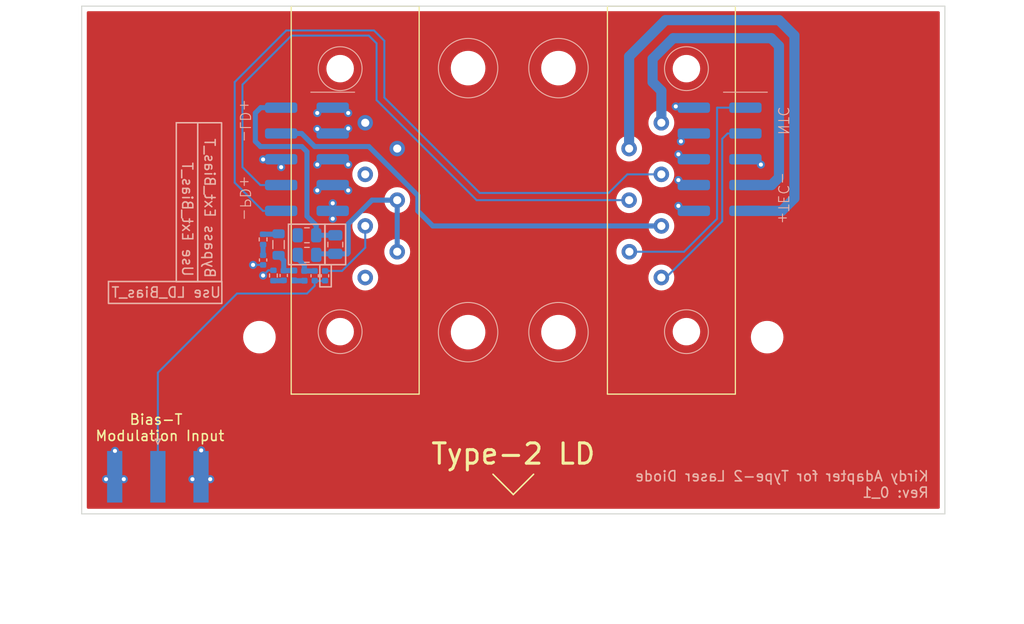
<source format=kicad_pcb>
(kicad_pcb (version 20221018) (generator pcbnew)
  (layers (0 "F.Cu" signal) (31 "B.Cu" signal) (34 "B.Paste" user) (35 "F.Paste" user) (36 "B.SilkS" user "B.Silkscreen") (37 "F.SilkS" user "F.Silkscreen") (38 "B.Mask" user) (39 "F.Mask" user) (44 "Edge.Cuts" user))
  (net 0 "")
  (net 1 "GND")
  (net 2 "/TEC+")
  (net 3 "/NTC+")
  (net 4 "/NTC-")
  (net 5 "/LD+")
  (net 6 "/TEC-")
  (net 7 "/PD-")
  (net 8 "/PD+")
  (net 9 "/LD-")
  (net 10 "/Mod_IN")
  (net 11 "/kirdy_LD+")
  (net 13 "/Butterfly_Mount_Mod_In")
  (net 15 "Net-(C2-Pad1)")
  (net 16 "Net-(C3-Pad1)")
  (net 17 "Net-(C3-Pad2)")
  (net 18 "Net-(L2-Pad2)")
  (net 19 "Net-(L3-Pad1)")
  (net 20 "Net-(C4-Pad1)")
  (footprint "MountingHole:MountingHole_2.7mm_M2.5" (layer "F.Cu") (at -25 17.5 180)
    (fp_text reference "H2" hide)
    (fp_text value "M2.5")
    (pad "" np_thru_hole circle (at 0 0 180) (size 2.7 2.7) (drill 2.7) (layers "*.Cu" "*.Mask"))
  )
  (footprint "laserSocket:Butterfly_Socket" (layer "F.Cu") (at 0 4.01 180)
    (fp_text reference "J3" hide)
    (fp_text value "Butterfly_Socket")
    (fp_circle (center -17.05 -12.95) (end -14.89 -12.95) (stroke (width 0.1)) (fill none) (layer "B.SilkS"))
    (fp_circle (center -17.05 12.95) (end -14.89 12.95) (stroke (width 0.1)) (fill none) (layer "B.SilkS"))
    (fp_circle (center -4.45 -13) (end -1.525 -13) (stroke (width 0.1)) (fill none) (layer "B.SilkS"))
    (fp_circle (center -4.45 13) (end -1.525 13) (stroke (width 0.1)) (fill none) (layer "B.SilkS"))
    (fp_circle (center 4.45 -13) (end 7.375 -13) (stroke (width 0.1)) (fill none) (layer "B.SilkS"))
    (fp_circle (center 4.45 13) (end 7.375 13) (stroke (width 0.1)) (fill none) (layer "B.SilkS"))
    (fp_circle (center 17.05 -12.95) (end 19.21 -12.95) (stroke (width 0.1)) (fill none) (layer "B.SilkS"))
    (fp_circle (center 17.05 12.95) (end 19.21 12.95) (stroke (width 0.1)) (fill none) (layer "B.SilkS"))
    (fp_line (start -21.87 -19.1) (end -21.87 19.1) (stroke (width 0.12)) (layer "F.SilkS"))
    (fp_line (start -21.87 19.1) (end -9.27 19.1) (stroke (width 0.12)) (layer "F.SilkS"))
    (fp_line (start -9.27 -19.1) (end -21.87 -19.1) (stroke (width 0.12)) (layer "F.SilkS"))
    (fp_line (start -9.27 19.1) (end -9.27 -19.1) (stroke (width 0.12)) (layer "F.SilkS"))
    (fp_line (start 9.27 -19.1) (end 21.87 -19.1) (stroke (width 0.12)) (layer "F.SilkS"))
    (fp_line (start 9.27 19.1) (end 9.27 -19.1) (stroke (width 0.12)) (layer "F.SilkS"))
    (fp_line (start 21.87 -19.1) (end 21.87 19.1) (stroke (width 0.12)) (layer "F.SilkS"))
    (fp_line (start 21.87 19.1) (end 9.27 19.1) (stroke (width 0.12)) (layer "F.SilkS"))
    (pad "" np_thru_hole circle locked (at -17.05 -12.95 180) (size 2.2 2.2) (drill 2.2) (layers "F&B.Cu" "*.Mask"))
    (pad "" np_thru_hole circle locked (at -17.05 12.95 180) (size 2.2 2.2) (drill 2.2) (layers "F&B.Cu" "*.Mask"))
    (pad "" np_thru_hole circle locked (at -4.45 -13 180) (size 2.9 2.9) (drill 2.9) (layers "F&B.Cu" "*.Mask"))
    (pad "" np_thru_hole circle locked (at -4.45 13 180) (size 2.9 2.9) (drill 2.9) (layers "F&B.Cu" "*.Mask"))
    (pad "" np_thru_hole circle locked (at 4.45 -13 180) (size 2.9 2.9) (drill 2.9) (layers "F&B.Cu" "*.Mask"))
    (pad "" np_thru_hole circle locked (at 4.45 13 180) (size 2.9 2.9) (drill 2.9) (layers "F&B.Cu" "*.Mask"))
    (pad "" np_thru_hole circle locked (at 17.05 -12.95 180) (size 2.2 2.2) (drill 2.2) (layers "F&B.Cu" "*.Mask"))
    (pad "" np_thru_hole circle locked (at 17.05 12.95 180) (size 2.2 2.2) (drill 2.2) (layers "F&B.Cu" "*.Mask"))
    (pad "1" thru_hole circle locked (at -14.58 -7.62 180) (size 1.524 1.524) (drill 0.8) (layers "*.Cu" "*.Mask") (net 3 "/NTC+"))
    (pad "2" thru_hole circle locked (at -11.43 -5.08 180) (size 1.524 1.524) (drill 0.8) (layers "*.Cu" "*.Mask") (net 4 "/NTC-"))
    (pad "3" thru_hole circle locked (at -14.58 -2.54 180) (size 1.524 1.524) (drill 0.8) (layers "*.Cu" "*.Mask") (net 9 "/LD-"))
    (pad "4" thru_hole circle locked (at -11.405 0 180) (size 1.524 1.524) (drill 0.8) (layers "*.Cu" "*.Mask") (net 8 "/PD+"))
    (pad "5" thru_hole circle locked (at -14.58 2.54 180) (size 1.524 1.524) (drill 0.8) (layers "*.Cu" "*.Mask") (net 7 "/PD-"))
    (pad "6" thru_hole circle locked (at -11.405 5.08 180) (size 1.524 1.524) (drill 0.8) (layers "*.Cu" "*.Mask") (net 2 "/TEC+"))
    (pad "7" thru_hole circle locked (at -14.58 7.62 180) (size 1.524 1.524) (drill 0.8) (layers "*.Cu" "*.Mask") (net 6 "/TEC-"))
    (pad "8" thru_hole circle locked (at 14.58 7.62 180) (size 1.524 1.524) (drill 0.8) (layers "*.Cu" "*.Mask") (net 1 "GND"))
    (pad "9" thru_hole circle locked (at 11.43 5.08 180) (size 1.524 1.524) (drill 0.8) (layers "*.Cu" "*.Mask") (net 1 "GND"))
    (pad "10" thru_hole circle locked (at 14.58 2.54 180) (size 1.524 1.524) (drill 0.8) (layers "*.Cu" "*.Mask"))
    (pad "11" thru_hole circle locked (at 11.43 0 180) (size 1.524 1.524) (drill 0.8) (layers "*.Cu" "*.Mask") (net 5 "/LD+"))
    (pad "12" thru_hole circle locked (at 14.58 -2.54 180) (size 1.524 1.524) (drill 0.8) (layers "*.Cu" "*.Mask") (net 13 "/Butterfly_Mount_Mod_In"))
    (pad "13" thru_hole circle locked (at 11.43 -5.08 180) (size 1.524 1.524) (drill 0.8) (layers "*.Cu" "*.Mask") (net 5 "/LD+"))
    (pad "14" thru_hole circle locked (at 14.58 -7.62 180) (size 1.524 1.524) (drill 0.8) (layers "*.Cu" "*.Mask"))
  )
  (footprint "MountingHole:MountingHole_2.7mm_M2.5" (layer "F.Cu") (at 25 17.5)
    (fp_text reference "H1" hide)
    (fp_text value "M2.5")
    (pad "" np_thru_hole circle (at 0 0) (size 2.7 2.7) (drill 2.7) (layers "*.Cu" "*.Mask"))
  )
  (footprint "Capacitor_SMD:C_0402_1005Metric" (layer "B.Cu") (at -19.558 11.458 -90)
    (fp_text reference "C4" hide)
    (fp_text value "10n RF")
    (fp_line (start -0.107836 -0.36) (end 0.107836 -0.36) (stroke (width 0.12)) (layer "B.SilkS"))
    (fp_line (start -0.107836 0.36) (end 0.107836 0.36) (stroke (width 0.12)) (layer "B.SilkS"))
    (pad "1" smd roundrect (at -0.48 0 270) (size 0.56 0.62) (layers "B.Cu" "B.Paste" "B.Mask") (net 20 "Net-(C4-Pad1)"))
    (pad "2" smd roundrect (at 0.48 0 270) (size 0.56 0.62) (layers "B.Cu" "B.Paste" "B.Mask") (net 10 "/Mod_IN"))
  )
  (footprint "Capacitor_SMD:C_0402_1005Metric" (layer "B.Cu") (at -22.606 11.43 -90)
    (fp_text reference "C3" hide)
    (fp_text value "100p")
    (fp_line (start -0.107836 -0.36) (end 0.107836 -0.36) (stroke (width 0.12)) (layer "B.SilkS"))
    (fp_line (start -0.107836 0.36) (end 0.107836 0.36) (stroke (width 0.12)) (layer "B.SilkS"))
    (pad "1" smd roundrect (at -0.48 0 270) (size 0.56 0.62) (layers "B.Cu" "B.Paste" "B.Mask") (net 16 "Net-(C3-Pad1)"))
    (pad "2" smd roundrect (at 0.48 0 270) (size 0.56 0.62) (layers "B.Cu" "B.Paste" "B.Mask") (net 17 "Net-(C3-Pad2)"))
  )
  (footprint "laserSocket:BG120-10-A-0-N-D" (layer "B.Cu") (at -20.3222 -0.0168 180)
    (fp_text reference "J5" hide)
    (fp_text value "BG120-10-A-0-N-D")
    (fp_line (start -4.699 6.604) (end -0.381 6.604) (stroke (width 0.1)) (layer "B.SilkS"))
    (pad "1" smd roundrect locked (at -2.54 5.08 90) (size 1.02 3.185) (layers "B.Cu" "B.Paste" "B.Mask") (net 1 "GND"))
    (pad "2" smd roundrect locked (at 2.54 5.08 90) (size 1.02 3.185) (layers "B.Cu" "B.Paste" "B.Mask") (net 11 "/kirdy_LD+"))
    (pad "3" smd roundrect locked (at -2.54 2.54 90) (size 1.02 3.185) (layers "B.Cu" "B.Paste" "B.Mask") (net 1 "GND"))
    (pad "4" smd roundrect locked (at 2.54 2.54 90) (size 1.02 3.185) (layers "B.Cu" "B.Paste" "B.Mask") (net 9 "/LD-"))
    (pad "5" smd roundrect locked (at -2.54 0 90) (size 1.02 3.185) (layers "B.Cu" "B.Paste" "B.Mask") (net 1 "GND"))
    (pad "6" smd roundrect locked (at 2.54 0 90) (size 1.02 3.185) (layers "B.Cu" "B.Paste" "B.Mask") (net 1 "GND"))
    (pad "7" smd roundrect locked (at -2.54 -2.54 90) (size 1.02 3.185) (layers "B.Cu" "B.Paste" "B.Mask") (net 1 "GND"))
    (pad "8" smd roundrect locked (at 2.54 -2.54 90) (size 1.02 3.185) (layers "B.Cu" "B.Paste" "B.Mask") (net 8 "/PD+"))
    (pad "9" smd roundrect locked (at -2.54 -5.08 90) (size 1.02 3.185) (layers "B.Cu" "B.Paste" "B.Mask") (net 1 "GND"))
    (pad "10" smd roundrect locked (at 2.54 -5.08 90) (size 1.02 3.185) (layers "B.Cu" "B.Paste" "B.Mask") (net 7 "/PD-"))
  )
  (footprint "laserSocket:BG120-10-A-0-N-D" (layer "B.Cu") (at 20.3178 -0.0168 180)
    (fp_text reference "J1" hide)
    (fp_text value "BG120-10-A-0-N-D")
    (fp_line (start -4.699 6.604) (end -0.381 6.604) (stroke (width 0.1)) (layer "B.SilkS"))
    (pad "1" smd roundrect locked (at -2.54 5.08 90) (size 1.02 3.185) (layers "B.Cu" "B.Paste" "B.Mask") (net 4 "/NTC-"))
    (pad "2" smd roundrect locked (at 2.54 5.08 90) (size 1.02 3.185) (layers "B.Cu" "B.Paste" "B.Mask") (net 1 "GND"))
    (pad "3" smd roundrect locked (at -2.54 2.54 90) (size 1.02 3.185) (layers "B.Cu" "B.Paste" "B.Mask") (net 3 "/NTC+"))
    (pad "4" smd roundrect locked (at 2.54 2.54 90) (size 1.02 3.185) (layers "B.Cu" "B.Paste" "B.Mask") (net 1 "GND"))
    (pad "5" smd roundrect locked (at -2.54 0 90) (size 1.02 3.185) (layers "B.Cu" "B.Paste" "B.Mask") (net 1 "GND"))
    (pad "6" smd roundrect locked (at 2.54 0 90) (size 1.02 3.185) (layers "B.Cu" "B.Paste" "B.Mask") (net 1 "GND"))
    (pad "7" smd roundrect locked (at -2.54 -2.54 90) (size 1.02 3.185) (layers "B.Cu" "B.Paste" "B.Mask") (net 6 "/TEC-"))
    (pad "8" smd roundrect locked (at 2.54 -2.54 90) (size 1.02 3.185) (layers "B.Cu" "B.Paste" "B.Mask") (net 1 "GND"))
    (pad "9" smd roundrect locked (at -2.54 -5.08 90) (size 1.02 3.185) (layers "B.Cu" "B.Paste" "B.Mask") (net 2 "/TEC+"))
    (pad "10" smd roundrect locked (at 2.54 -5.08 90) (size 1.02 3.185) (layers "B.Cu" "B.Paste" "B.Mask") (net 1 "GND"))
  )
  (footprint "Capacitor_SMD:C_0402_1005Metric" (layer "B.Cu") (at -18.542 11.458 -90)
    (fp_text reference "C1" hide)
    (fp_text value "10n RF")
    (fp_line (start -0.107836 -0.36) (end 0.107836 -0.36) (stroke (width 0.12)) (layer "B.SilkS"))
    (fp_line (start -0.107836 0.36) (end 0.107836 0.36) (stroke (width 0.12)) (layer "B.SilkS"))
    (pad "1" smd roundrect (at -0.48 0 270) (size 0.56 0.62) (layers "B.Cu" "B.Paste" "B.Mask") (net 13 "/Butterfly_Mount_Mod_In"))
    (pad "2" smd roundrect (at 0.48 0 270) (size 0.56 0.62) (layers "B.Cu" "B.Paste" "B.Mask") (net 10 "/Mod_IN"))
  )
  (footprint "Resistor_SMD:R_0402_1005Metric" (layer "B.Cu") (at -24.638 7.874 -90)
    (fp_text reference "R5" hide)
    (fp_text value "0")
    (fp_line (start -0.153641 -0.38) (end 0.153641 -0.38) (stroke (width 0.12)) (layer "B.SilkS"))
    (fp_line (start -0.153641 0.38) (end 0.153641 0.38) (stroke (width 0.12)) (layer "B.SilkS"))
    (pad "1" smd roundrect (at -0.51 0 270) (size 0.54 0.64) (layers "B.Cu" "B.Paste" "B.Mask") (net 18 "Net-(L2-Pad2)"))
    (pad "2" smd roundrect (at 0.51 0 270) (size 0.54 0.64) (layers "B.Cu" "B.Paste" "B.Mask") (net 15 "Net-(C2-Pad1)"))
  )
  (footprint "Resistor_SMD:R_0402_1005Metric" (layer "B.Cu") (at -23.622 11.43 90)
    (fp_text reference "R6" hide)
    (fp_text value "340")
    (fp_line (start -0.153641 -0.38) (end 0.153641 -0.38) (stroke (width 0.12)) (layer "B.SilkS"))
    (fp_line (start -0.153641 0.38) (end 0.153641 0.38) (stroke (width 0.12)) (layer "B.SilkS"))
    (pad "1" smd roundrect (at -0.51 0 90) (size 0.54 0.64) (layers "B.Cu" "B.Paste" "B.Mask") (net 17 "Net-(C3-Pad2)"))
    (pad "2" smd roundrect (at 0.51 0 90) (size 0.54 0.64) (layers "B.Cu" "B.Paste" "B.Mask") (net 1 "GND"))
  )
  (footprint "Resistor_SMD:R_0805_2012Metric" (layer "B.Cu") (at -20.32 7.4676 180)
    (fp_text reference "R8" hide)
    (fp_text value "0")
    (fp_line (start -0.227064 -0.735) (end 0.227064 -0.735) (stroke (width 0.12)) (layer "B.SilkS"))
    (fp_line (start -0.227064 0.735) (end 0.227064 0.735) (stroke (width 0.12)) (layer "B.SilkS"))
    (pad "1" smd roundrect (at -0.9125 0 180) (size 1.025 1.4) (layers "B.Cu" "B.Paste" "B.Mask") (roundrect_rratio 0.243902) (net 11 "/kirdy_LD+"))
    (pad "2" smd roundrect (at 0.9125 0 180) (size 1.025 1.4) (layers "B.Cu" "B.Paste" "B.Mask") (roundrect_rratio 0.243902) (net 18 "Net-(L2-Pad2)"))
  )
  (footprint "Inductor_SMD:L_0805_2012Metric" (layer "B.Cu") (at -23.114 8.382 90)
    (fp_text reference "L2" hide)
    (fp_text value "1uH")
    (fp_line (start -0.399622 -0.56) (end 0.399622 -0.56) (stroke (width 0.12)) (layer "B.SilkS"))
    (fp_line (start -0.399622 0.56) (end 0.399622 0.56) (stroke (width 0.12)) (layer "B.SilkS"))
    (pad "1" smd roundrect (at -1.0625 0 90) (size 0.875 1.2) (layers "B.Cu" "B.Paste" "B.Mask") (net 16 "Net-(C3-Pad1)"))
    (pad "2" smd roundrect (at 1.0625 0 90) (size 0.875 1.2) (layers "B.Cu" "B.Paste" "B.Mask") (net 18 "Net-(L2-Pad2)"))
  )
  (footprint "Resistor_SMD:R_0805_2012Metric" (layer "B.Cu") (at -17.526 8.382 -90)
    (fp_text reference "R7" hide)
    (fp_text value "0")
    (fp_line (start -0.227064 -0.735) (end 0.227064 -0.735) (stroke (width 0.12)) (layer "B.SilkS"))
    (fp_line (start -0.227064 0.735) (end 0.227064 0.735) (stroke (width 0.12)) (layer "B.SilkS"))
    (pad "1" smd roundrect (at -0.9125 0 270) (size 1.025 1.4) (layers "B.Cu" "B.Paste" "B.Mask") (roundrect_rratio 0.243902) (net 11 "/kirdy_LD+"))
    (pad "2" smd roundrect (at 0.9125 0 270) (size 1.025 1.4) (layers "B.Cu" "B.Paste" "B.Mask") (roundrect_rratio 0.243902) (net 5 "/LD+"))
  )
  (footprint "Connector_Coaxial:SMA_Amphenol_132289_EdgeMount" (layer "B.Cu") (at -35 31.25 -90)
    (fp_text reference "J4" hide)
    (fp_text value "Conn_Coaxial")
    (fp_line (start -3.71 -0.25) (end -3.21 0) (stroke (width 0.12)) (layer "B.SilkS"))
    (fp_line (start -3.71 0.25) (end -3.71 -0.25) (stroke (width 0.12)) (layer "B.SilkS"))
    (fp_line (start -3.21 0) (end -3.71 0.25) (stroke (width 0.12)) (layer "B.SilkS"))
    (pad "1" smd rect (at 0 0 180) (size 1.5 5.08) (layers "B.Cu" "B.Paste" "B.Mask") (net 10 "/Mod_IN"))
    (pad "2" smd rect (at 0 -4.25 180) (size 1.5 5.08) (layers "F.Cu" "F.Paste" "F.Mask") (net 1 "GND"))
    (pad "2" smd rect (at 0 -4.25 180) (size 1.5 5.08) (layers "B.Cu" "B.Paste" "B.Mask") (net 1 "GND"))
    (pad "2" smd rect (at 0 4.25 180) (size 1.5 5.08) (layers "F.Cu" "F.Paste" "F.Mask") (net 1 "GND"))
    (pad "2" smd rect (at 0 4.25 180) (size 1.5 5.08) (layers "B.Cu" "B.Paste" "B.Mask") (net 1 "GND"))
  )
  (footprint "Inductor_SMD:L_0402_1005Metric" (layer "B.Cu") (at -21.59 11.43 90)
    (fp_text reference "L3" hide)
    (fp_text value "56n")
    (pad "1" smd roundrect (at -0.485 0 90) (size 0.59 0.64) (layers "B.Cu" "B.Paste" "B.Mask") (net 19 "Net-(L3-Pad1)"))
    (pad "2" smd roundrect (at 0.485 0 90) (size 0.59 0.64) (layers "B.Cu" "B.Paste" "B.Mask") (net 16 "Net-(C3-Pad1)"))
  )
  (footprint "laserSocket:kirdy_socket" (layer "B.Cu") (at 0 0 180)
    (fp_text reference "J2" hide)
    (fp_text value "kirdy")
    (fp_text user "+TEC-" (at -26 -3.81 270 unlocked) (layer "B.SilkS") (effects (font (thickness 0.1)) (justify bottom mirror)))
    (fp_text user "-PD+" (at 27 -3.81 270 unlocked) (layer "B.SilkS") (effects (font (thickness 0.1)) (justify bottom mirror)))
    (fp_text user "NTC" (at -26 3.81 270 unlocked) (layer "B.SilkS") (effects (font (thickness 0.1)) (justify bottom mirror)))
    (fp_text user "-LD+" (at 27 3.81 270 unlocked) (layer "B.SilkS") (effects (font (thickness 0.1)) (justify bottom mirror)))
  )
  (footprint "Inductor_SMD:L_0402_1005Metric" (layer "B.Cu") (at -20.574 11.458 -90)
    (fp_text reference "L4" hide)
    (fp_text value "56n")
    (pad "1" smd roundrect (at -0.485 0 270) (size 0.59 0.64) (layers "B.Cu" "B.Paste" "B.Mask") (net 20 "Net-(C4-Pad1)"))
    (pad "2" smd roundrect (at 0.485 0 270) (size 0.59 0.64) (layers "B.Cu" "B.Paste" "B.Mask") (net 19 "Net-(L3-Pad1)"))
  )
  (footprint "Resistor_SMD:R_0805_2012Metric" (layer "B.Cu") (at -20.32 9.398 180)
    (fp_text reference "R1" hide)
    (fp_text value "0")
    (fp_line (start -0.227064 -0.735) (end 0.227064 -0.735) (stroke (width 0.12)) (layer "B.SilkS"))
    (fp_line (start -0.227064 0.735) (end 0.227064 0.735) (stroke (width 0.12)) (layer "B.SilkS"))
    (pad "1" smd roundrect (at -0.9125 0 180) (size 1.025 1.4) (layers "B.Cu" "B.Paste" "B.Mask") (roundrect_rratio 0.243902) (net 5 "/LD+"))
    (pad "2" smd roundrect (at 0.9125 0 180) (size 1.025 1.4) (layers "B.Cu" "B.Paste" "B.Mask") (roundrect_rratio 0.243902) (net 20 "Net-(C4-Pad1)"))
  )
  (footprint "Capacitor_SMD:C_0402_1005Metric" (layer "B.Cu") (at -24.638 9.906 -90)
    (fp_text reference "C2" hide)
    (fp_text value "10n")
    (fp_line (start -0.107836 -0.36) (end 0.107836 -0.36) (stroke (width 0.12)) (layer "B.SilkS"))
    (fp_line (start -0.107836 0.36) (end 0.107836 0.36) (stroke (width 0.12)) (layer "B.SilkS"))
    (pad "1" smd roundrect (at -0.48 0 270) (size 0.56 0.62) (layers "B.Cu" "B.Paste" "B.Mask") (net 15 "Net-(C2-Pad1)"))
    (pad "2" smd roundrect (at 0.48 0 270) (size 0.56 0.62) (layers "B.Cu" "B.Paste" "B.Mask") (net 1 "GND"))
  )
  (gr_rect (start -18.542 6.3768) (end -16.51 10.3632) (stroke (width 0.15)) (fill none) (layer "B.SilkS"))
  (gr_rect (start -22.1368 6.3768) (end -18.5548 10.3632) (stroke (width 0.15)) (fill none) (layer "B.SilkS"))
  (gr_rect (start -31.0744 -3.612) (end -28.7256 12.0376) (stroke (width 0.15)) (fill none) (layer "B.SilkS"))
  (gr_rect (start -19.05 10.375) (end -17.925 12.55) (stroke (width 0.15)) (fill none) (layer "B.SilkS"))
  (gr_rect (start -33.1848 -3.612) (end -31.0744 12.0456) (stroke (width 0.15)) (fill none) (layer "B.SilkS"))
  (gr_rect (start -39.8644 12.0212) (end -28.7 14.1788) (stroke (width 0.15)) (fill none) (layer "B.SilkS"))
  (gr_line (start 0 33) (end 2 31) (stroke (width 0.15)) (layer "F.SilkS"))
  (gr_line (start 0 33) (end -2 31) (stroke (width 0.15)) (layer "F.SilkS"))
  (gr_line (start -42.5 34.9032) (end 42.5 34.9032) (stroke (width 0.1)) (layer "Edge.Cuts"))
  (gr_line (start 42.5 -15.0968) (end -42.5 -15.0968) (stroke (width 0.1)) (layer "Edge.Cuts"))
  (gr_line (start -42.5 -15.0968) (end -42.5 34.9032) (stroke (width 0.1)) (layer "Edge.Cuts"))
  (gr_line (start 42.5 34.9032) (end 42.5 -15.0968) (stroke (width 0.1)) (layer "Edge.Cuts"))
  (gr_text "Use Ext_Bias_T" (at -32.1024 11.618 270) (layer "B.SilkS") (effects (font (size 1 1)) (justify left mirror)))
  (gr_text "Bypass Ext_Bias_T" (at -29.9 4.8 270) (layer "B.SilkS") (effects (font (size 1 1)) (justify mirror)))
  (gr_text "Use LD_Bias_T" (at -28.7 13.1) (layer "B.SilkS") (effects (font (size 1 1)) (justify left mirror)))
  (gr_text "Kirdy Adapter for Type-2 Laser Diode\nRev: 0_1" (at 41 32) (layer "B.SilkS") (effects (font (size 1 1)) (justify left mirror)))
  (gr_text "Type-2 LD" (at 0 29) (layer "F.SilkS") (effects (font (size 2 2) (thickness 0.3))))
  (gr_text "Bias-T \nModulation Input" (at -34.798 26.416) (layer "F.SilkS") (effects (font (size 1 1))))
  (via (at -16.256 3.048) (size 0.8) (drill 0.4) (layers "F.Cu" "B.Cu") (net 1))
  (via (at -31.5952 31.4872) (size 0.8) (drill 0.4) (layers "F.Cu" "B.Cu") (net 1))
  (via (at -39.2266 28.702) (size 0.8) (drill 0.4) (layers "F.Cu" "B.Cu") (net 1))
  (via (at 16.256 2.032) (size 0.8) (drill 0.4) (layers "F.Cu" "B.Cu") (net 1))
  (via (at -38.3542 31.4872) (size 0.8) (drill 0.4) (layers "F.Cu" "B.Cu") (net 1))
  (via (at -19.304 -4.572) (size 0.8) (drill 0.4) (layers "F.Cu" "B.Cu") (net 1))
  (via (at 16 -5.2195) (size 0.8) (drill 0.4) (layers "F.Cu" "B.Cu") (net 1))
  (via (at -22.86 0.762) (size 0.8) (drill 0.4) (layers "F.Cu" "B.Cu") (net 1))
  (via (at 24.384 0.508) (size 0.8) (drill 0.4) (layers "F.Cu" "B.Cu") (net 1))
  (via (at -17.78 4.318) (size 0.8) (drill 0.4) (layers "F.Cu" "B.Cu") (net 1))
  (via (at -30.734 28.6512) (size 0.8) (drill 0.4) (layers "F.Cu" "B.Cu") (net 1))
  (via (at 16.51 -1.778) (size 0.8) (drill 0.4) (layers "F.Cu" "B.Cu") (net 1))
  (via (at -24.638 11.43) (size 0.8) (drill 0.4) (layers "F.Cu" "B.Cu") (net 1))
  (via (at -19.304 3.048) (size 0.8) (drill 0.4) (layers "F.Cu" "B.Cu") (net 1))
  (via (at -24.638 0) (size 0.8) (drill 0.4) (layers "F.Cu" "B.Cu") (net 1))
  (via (at -19.304 -3) (size 0.8) (drill 0.4) (layers "F.Cu" "B.Cu") (net 1))
  (via (at -29.8452 31.4872) (size 0.8) (drill 0.4) (layers "F.Cu" "B.Cu") (net 1))
  (via (at -25.626 10.386) (size 0.8) (drill 0.4) (layers "F.Cu" "B.Cu") (net 1))
  (via (at -17.78 5.842) (size 0.8) (drill 0.4) (layers "F.Cu" "B.Cu") (net 1))
  (via (at -19.304 0.508) (size 0.8) (drill 0.4) (layers "F.Cu" "B.Cu") (net 1))
  (via (at -16.256 -3.048) (size 0.8) (drill 0.4) (layers "F.Cu" "B.Cu") (net 1))
  (via (at 16.256 -0.508) (size 0.8) (drill 0.4) (layers "F.Cu" "B.Cu") (net 1))
  (via (at -16.256 -4.572) (size 0.8) (drill 0.4) (layers "F.Cu" "B.Cu") (net 1))
  (via (at -16.256 0.508) (size 0.8) (drill 0.4) (layers "F.Cu" "B.Cu") (net 1))
  (via (at -40.1042 31.4872) (size 0.8) (drill 0.4) (layers "F.Cu" "B.Cu") (net 1))
  (via (at 16.256 4.572) (size 0.8) (drill 0.4) (layers "F.Cu" "B.Cu") (net 1))
  (segment (start -24.638 11.43) (end -24.128 10.92) (width 0.2) (layer "B.Cu") (net 1))
  (segment (start -24.128 10.92) (end -23.622 10.92) (width 0.2) (layer "B.Cu") (net 1))
  (segment (start -24.638 10.386) (end -25.626 10.386) (width 0.2) (layer "B.Cu") (net 1))
  (segment (start 26.162 -13.716) (end 27.686 -12.192) (width 1) (layer "B.Cu") (net 2))
  (segment (start 26.4328 5.0632) (end 22.8578 5.0632) (width 1) (layer "B.Cu") (net 2))
  (segment (start 11.405 -1.07) (end 11.405 -10.135) (width 1) (layer "B.Cu") (net 2))
  (segment (start 14.986 -13.716) (end 26.162 -13.716) (width 1) (layer "B.Cu") (net 2))
  (segment (start 11.405 -10.135) (end 14.986 -13.716) (width 1) (layer "B.Cu") (net 2))
  (segment (start 27.686 -12.192) (end 27.686 3.81) (width 1) (layer "B.Cu") (net 2))
  (segment (start 27.686 3.81) (end 26.4328 5.0632) (width 1) (layer "B.Cu") (net 2))
  (segment (start 20.574 6.096) (end 20.574 -2.032) (width 0.2) (layer "B.Cu") (net 3))
  (segment (start 14.58 11.63) (end 15.04 11.63) (width 0.2) (layer "B.Cu") (net 3))
  (segment (start 21.0988 -2.5568) (end 22.8578 -2.5568) (width 0.2) (layer "B.Cu") (net 3))
  (segment (start 20.574 -2.032) (end 21.0988 -2.5568) (width 0.2) (layer "B.Cu") (net 3))
  (segment (start 15.04 11.63) (end 20.574 6.096) (width 0.2) (layer "B.Cu") (net 3))
  (segment (start 20.066 -5.08) (end 20.066 5.842) (width 0.2) (layer "B.Cu") (net 4))
  (segment (start 16.818 9.09) (end 11.43 9.09) (width 0.2) (layer "B.Cu") (net 4))
  (segment (start 22.8578 -5.0968) (end 20.0828 -5.0968) (width 0.2) (layer "B.Cu") (net 4))
  (segment (start 20.066 5.842) (end 16.818 9.09) (width 0.2) (layer "B.Cu") (net 4))
  (segment (start 20.0828 -5.0968) (end 20.066 -5.08) (width 0.2) (layer "B.Cu") (net 4))
  (segment (start -17.526 9.2945) (end -19.304 9.2945) (width 0.5) (layer "B.Cu") (net 5))
  (segment (start -19.304 9.2945) (end -19.4075 9.398) (width 0.5) (layer "B.Cu") (net 5))
  (segment (start -16.3595 9.2945) (end -17.526 9.2945) (width 0.5) (layer "B.Cu") (net 5))
  (segment (start -16.3576 9.2964) (end -16.3595 9.2945) (width 0.5) (layer "B.Cu") (net 5))
  (segment (start -11.43 4.01) (end -11.43 9.09) (width 0.5) (layer "B.Cu") (net 5))
  (segment (start -16.256 9.1948) (end -16.3576 9.2964) (width 0.5) (layer "B.Cu") (net 5))
  (segment (start -11.43 4.01) (end -13.916 4.01) (width 0.5) (layer "B.Cu") (net 5))
  (segment (start -16.256 6.35) (end -16.256 9.1948) (width 0.5) (layer "B.Cu") (net 5))
  (segment (start -13.916 4.01) (end -16.256 6.35) (width 0.5) (layer "B.Cu") (net 5))
  (segment (start 14.58 -6.756) (end 13.716 -7.62) (width 1) (layer "B.Cu") (net 6))
  (segment (start 13.716 -9.906) (end 15.748 -11.938) (width 1) (layer "B.Cu") (net 6))
  (segment (start 13.716 -7.62) (end 13.716 -9.906) (width 1) (layer "B.Cu") (net 6))
  (segment (start 14.58 -3.61) (end 14.58 -6.756) (width 1) (layer "B.Cu") (net 6))
  (segment (start 26.162 -11.176) (end 26.162 1.778) (width 1) (layer "B.Cu") (net 6))
  (segment (start 26.162 1.778) (end 25.4168 2.5232) (width 1) (layer "B.Cu") (net 6))
  (segment (start 25.4168 2.5232) (end 22.8578 2.5232) (width 1) (layer "B.Cu") (net 6))
  (segment (start 15.748 -11.938) (end 25.4 -11.938) (width 1) (layer "B.Cu") (net 6))
  (segment (start 25.4 -11.938) (end 26.162 -11.176) (width 1) (layer "B.Cu") (net 6))
  (segment (start -12.7 -11.684) (end -13.716 -12.7) (width 0.2) (layer "B.Cu") (net 7))
  (segment (start -27.432 2.286) (end -24.6548 5.0632) (width 0.2) (layer "B.Cu") (net 7))
  (segment (start -13.716 -12.7) (end -22.352 -12.7) (width 0.2) (layer "B.Cu") (net 7))
  (segment (start -3.302 3.302) (end -12.7 -6.096) (width 0.2) (layer "B.Cu") (net 7))
  (segment (start -24.6548 5.0632) (end -22.8622 5.0632) (width 0.2) (layer "B.Cu") (net 7))
  (segment (start 14.58 1.47) (end 11.23 1.47) (width 0.2) (layer "B.Cu") (net 7))
  (segment (start -22.352 -12.7) (end -27.432 -7.62) (width 0.2) (layer "B.Cu") (net 7))
  (segment (start -12.7 -6.096) (end -12.7 -11.684) (width 0.2) (layer "B.Cu") (net 7))
  (segment (start 11.23 1.47) (end 9.398 3.302) (width 0.2) (layer "B.Cu") (net 7))
  (segment (start -27.432 -7.62) (end -27.432 2.286) (width 0.2) (layer "B.Cu") (net 7))
  (segment (start 9.398 3.302) (end -3.302 3.302) (width 0.2) (layer "B.Cu") (net 7))
  (segment (start -21.844 -12.192) (end -26.67 -7.366) (width 0.2) (layer "B.Cu") (net 8))
  (segment (start -13.462 -11.43) (end -14.224 -12.192) (width 0.2) (layer "B.Cu") (net 8))
  (segment (start -24.9088 2.5232) (end -22.8622 2.5232) (width 0.2) (layer "B.Cu") (net 8))
  (segment (start -26.67 -7.366) (end -26.67 0.762) (width 0.2) (layer "B.Cu") (net 8))
  (segment (start -3.61 4.01) (end -13.462 -5.842) (width 0.2) (layer "B.Cu") (net 8))
  (segment (start 11.405 4.01) (end -3.61 4.01) (width 0.2) (layer "B.Cu") (net 8))
  (segment (start -14.224 -12.192) (end -21.844 -12.192) (width 0.2) (layer "B.Cu") (net 8))
  (segment (start -26.67 0.762) (end -24.9088 2.5232) (width 0.2) (layer "B.Cu") (net 8))
  (segment (start -13.462 -5.842) (end -13.462 -11.43) (width 0.2) (layer "B.Cu") (net 8))
  (segment (start -9.398 5.08) (end -9.398 3.556) (width 0.5) (layer "B.Cu") (net 9))
  (segment (start -7.928 6.55) (end -9.398 5.08) (width 0.5) (layer "B.Cu") (net 9))
  (segment (start -9.398 3.556) (end -14.224 -1.27) (width 0.5) (layer "B.Cu") (net 9))
  (segment (start 14.58 6.55) (end -7.928 6.55) (width 0.5) (layer "B.Cu") (net 9))
  (segment (start -20.8448 -2.5568) (end -22.8622 -2.5568) (width 0.5) (layer "B.Cu") (net 9))
  (segment (start -14.224 -1.27) (end -19.558 -1.27) (width 0.5) (layer "B.Cu") (net 9))
  (segment (start -19.558 -1.27) (end -20.8448 -2.5568) (width 0.5) (layer "B.Cu") (net 9))
  (segment (start -19.528 11.968) (end -19.558 11.938) (width 0.2) (layer "B.Cu") (net 10))
  (segment (start -19.558 12.446) (end -19.558 11.938) (width 0.2) (layer "B.Cu") (net 10))
  (segment (start -18.542 11.968) (end -19.528 11.968) (width 0.2) (layer "B.Cu") (net 10))
  (segment (start -27.208 13.208) (end -20.32 13.208) (width 0.2) (layer "B.Cu") (net 10))
  (segment (start -35 21) (end -27.208 13.208) (width 0.2) (layer "B.Cu") (net 10))
  (segment (start -20.32 13.208) (end -19.558 12.446) (width 0.2) (layer "B.Cu") (net 10))
  (segment (start -35 31.25) (end -35 21) (width 0.2) (layer "B.Cu") (net 10))
  (segment (start -19.2551 7.4676) (end -17.5279 7.4676) (width 0.5) (layer "B.Cu") (net 11))
  (segment (start -20.828 -1.27) (end -20.32 -0.762) (width 0.5) (layer "B.Cu") (net 11))
  (segment (start -20.32 5.588) (end -19.4075 6.5005) (width 0.5) (layer "B.Cu") (net 11))
  (segment (start -22.8622 -5.0968) (end -24.8752 -5.0968) (width 0.5) (layer "B.Cu") (net 11))
  (segment (start -25.4 -4.572) (end -25.4 -1.778) (width 0.5) (layer "B.Cu") (net 11))
  (segment (start -24.8752 -5.0968) (end -25.4 -4.572) (width 0.5) (layer "B.Cu") (net 11))
  (segment (start -17.5279 7.4676) (end -17.526 7.4695) (width 0.5) (layer "B.Cu") (net 11))
  (segment (start -24.892 -1.27) (end -20.828 -1.27) (width 0.5) (layer "B.Cu") (net 11))
  (segment (start -25.4 -1.778) (end -24.892 -1.27) (width 0.5) (layer "B.Cu") (net 11))
  (segment (start -19.4075 6.5005) (end -19.4075 7.4676) (width 0.5) (layer "B.Cu") (net 11))
  (segment (start -20.32 -0.762) (end -20.32 5.588) (width 0.5) (layer "B.Cu") (net 11))
  (segment (start -16.8708 10.978) (end -14.58 8.6872) (width 0.2) (layer "B.Cu") (net 13))
  (segment (start -14.58 6.55) (end -14.58 8.6872) (width 0.2) (layer "B.Cu") (net 13))
  (segment (start -18.542 10.978) (end -16.8708 10.978) (width 0.2) (layer "B.Cu") (net 13))
  (segment (start -24.638 8.384) (end -24.638 9.426) (width 0.5) (layer "B.Cu") (net 15))
  (segment (start -22.606 10.95) (end -21.595 10.95) (width 0.5) (layer "B.Cu") (net 16))
  (segment (start -22.606 10.95) (end -22.606 9.9525) (width 0.5) (layer "B.Cu") (net 16))
  (segment (start -22.606 9.9525) (end -23.114 9.4445) (width 0.5) (layer "B.Cu") (net 16))
  (segment (start -21.595 10.95) (end -21.59 10.945) (width 0.5) (layer "B.Cu") (net 16))
  (segment (start -22.636 11.94) (end -22.606 11.91) (width 0.5) (layer "B.Cu") (net 17))
  (segment (start -23.622 11.94) (end -22.636 11.94) (width 0.5) (layer "B.Cu") (net 17))
  (segment (start -24.638 7.364) (end -23.1585 7.364) (width 0.5) (layer "B.Cu") (net 18))
  (segment (start -23.1585 7.364) (end -23.114 7.3195) (width 0.5) (layer "B.Cu") (net 18))
  (segment (start -21.562 11.943) (end -21.59 11.915) (width 0.5) (layer "B.Cu") (net 19))
  (segment (start -20.574 11.943) (end -21.562 11.943) (width 0.5) (layer "B.Cu") (net 19))
  (segment (start -19.558 10.978) (end -20.569 10.978) (width 0.5) (layer "B.Cu") (net 20))
  (segment (start -20.574 10.414) (end -20.574 10.973) (width 0.5) (layer "B.Cu") (net 20))
  (segment (start -21.2325 9.7555) (end -20.574 10.414) (width 0.5) (layer "B.Cu") (net 20))
  (segment (start -19.563 10.973) (end -19.558 10.978) (width 0.5) (layer "B.Cu") (net 20))
  (segment (start -21.2325 9.398) (end -21.2325 9.7555) (width 0.5) (layer "B.Cu") (net 20))
  (segment (start -20.569 10.978) (end -20.574 10.973) (width 0.5) (layer "B.Cu") (net 20))
  (zone (net 1) (net_name "GND") (layer "F.Cu") (priority 2) (connect_pads yes (clearance 0.508)) (min_thickness 0.25) (fill yes (thermal_gap 0.5) (thermal_bridge_width 0.5))
    (polygon (pts (xy -50.546 -15.494) (xy -50.546 35.814) (xy 50.292 36.068) (xy 50.038 -15.24)))
  )
)
</source>
